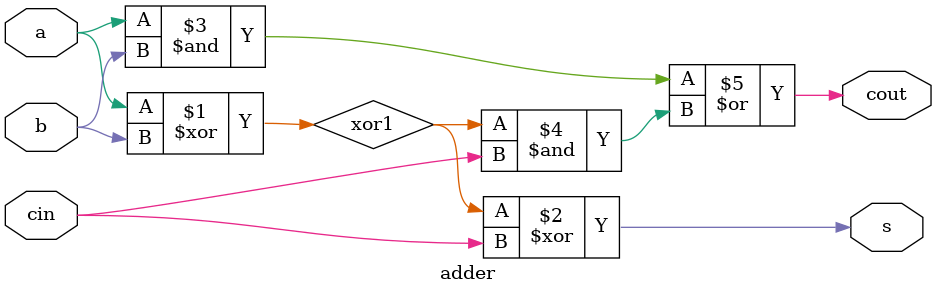
<source format=v>
`timescale 1ns / 1ps

module lab2_3_1(
    input a,
    input b,
    input cin,
    output s,
    output cout
);
    wire [0:3] carry;
    
    adder ad1 (a, b, cin, s, cout);
    // adder ad2 (a[1], b[1], carry[0], s[1], carry[1]);
    // adder ad3 (a[2], b[2], carry[1], s[2], carry[2]);
    // adder ad4 (a[3], b[3], carry[2], s[3], cout);

endmodule


module adder(
    input a,
    input b,
    input cin,
    output s,
    output cout
);
    wire xor1;
    assign xor1 = (a ^ b);
    assign s = (xor1) ^ cin;
    assign cout = (a & b) | (xor1 & cin);
    
endmodule
</source>
